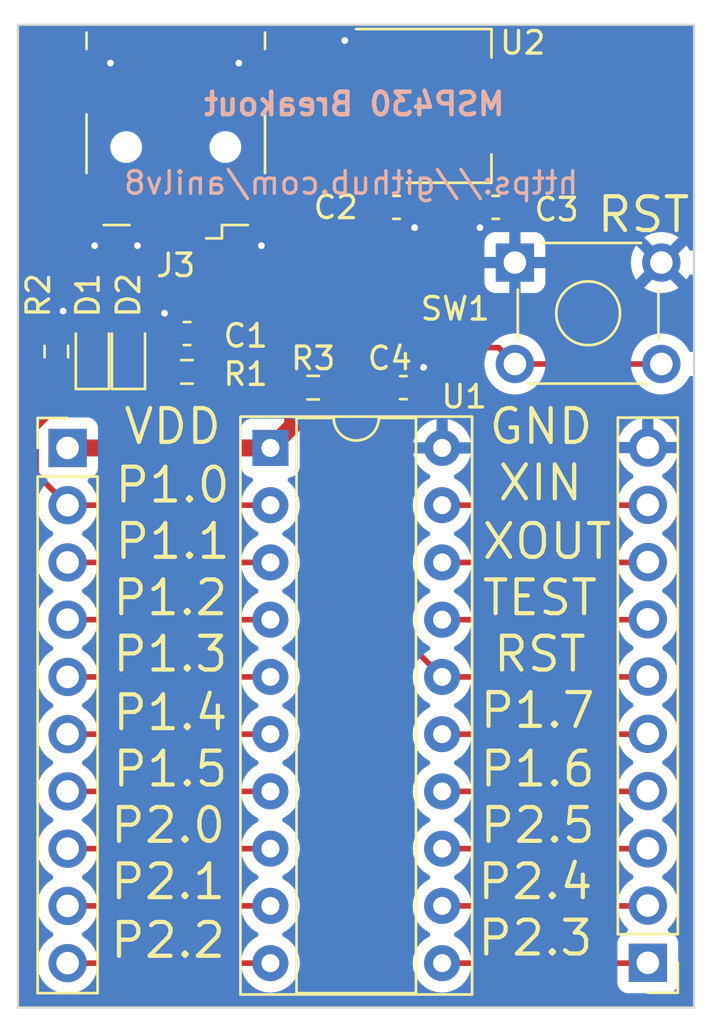
<source format=kicad_pcb>
(kicad_pcb (version 20221018) (generator pcbnew)
  (title_block (title "MSP430 Breakout Board") (date "2023-08-09") (rev "v.1.0") (company "https://github.com/anilv8") (comment 1 "Simple MSP430 Breakout Board") (comment 2 "MSP430G2553 MCU"))
  (layers (0 "F.Cu" signal) (31 "B.Cu" signal) (34 "B.Paste" user) (35 "F.Paste" user) (36 "B.SilkS" user "B.Silkscreen") (37 "F.SilkS" user "F.Silkscreen") (38 "B.Mask" user) (39 "F.Mask" user) (44 "Edge.Cuts" user))
  (net 0 "")
  (net 1 "+3.3V")
  (net 2 "GND")
  (net 3 "+5V")
  (net 4 "/RST")
  (net 5 "Net-(D1-K)")
  (net 6 "Net-(D2-K)")
  (net 7 "/P1.0")
  (net 8 "/P1.1")
  (net 9 "/P1.2")
  (net 10 "/P1.3")
  (net 11 "/P1.4")
  (net 12 "/P1.5")
  (net 13 "/P2.0")
  (net 14 "/P2.1")
  (net 15 "/P2.2")
  (net 16 "/P2.3")
  (net 17 "/P2.4")
  (net 18 "/P2.5")
  (net 19 "/P1.6")
  (net 20 "/P1.7")
  (net 21 "/TEST")
  (net 22 "/XOUT")
  (net 23 "/XIN")
  (footprint "Button_Switch_THT:SW_TH_Tactile_Omron_B3F-10xx" (layer "F.Cu") (at 92.85 43.95)
    (fp_text reference "SW1" (at -2.65 2.05) (layer "F.SilkS"))
    (fp_text value "SW_Push" hide)
    (fp_line (start 0.13 3.4) (end 0.13 1.2) (stroke (width 0.12)) (layer "F.SilkS"))
    (fp_line (start 0.6 5.37) (end 5.8 5.37) (stroke (width 0.12)) (layer "F.SilkS"))
    (fp_line (start 1.2 -0.87) (end 5.6 -0.87) (stroke (width 0.12)) (layer "F.SilkS"))
    (fp_line (start 6.37 1.2) (end 6.37 3.4) (stroke (width 0.12)) (layer "F.SilkS"))
    (fp_circle (center 3.25 2.25) (end 4.25 3.25) (stroke (width 0.12)) (fill none) (layer "F.SilkS"))
    (pad "1" thru_hole rect (at 0 0) (size 1.7 1.7) (drill 1) (layers "*.Cu" "*.Mask") (net 2 "GND"))
    (pad "1" thru_hole circle (at 6.5 0) (size 1.7 1.7) (drill 1) (layers "*.Cu" "*.Mask") (net 2 "GND"))
    (pad "2" thru_hole circle (at 0 4.5) (size 1.7 1.7) (drill 1) (layers "*.Cu" "*.Mask") (net 4 "/RST"))
    (pad "2" thru_hole circle (at 6.5 4.5) (size 1.7 1.7) (drill 1) (layers "*.Cu" "*.Mask") (net 4 "/RST"))
  )
  (footprint "LED_SMD:LED_0603_1608Metric_Pad1.05x0.95mm_HandSolder" (layer "F.Cu") (at 75.7 47.9 90)
    (fp_text reference "D2" (at 2.5 0 90) (layer "F.SilkS"))
    (fp_text value "LED" hide)
    (fp_line (start -1.66 -0.735) (end -1.66 0.735) (stroke (width 0.12)) (layer "F.SilkS"))
    (fp_line (start -1.66 0.735) (end 0.8 0.735) (stroke (width 0.12)) (layer "F.SilkS"))
    (fp_line (start 0.8 -0.735) (end -1.66 -0.735) (stroke (width 0.12)) (layer "F.SilkS"))
    (pad "1" smd roundrect (at -0.875 0 90) (size 1.05 0.95) (layers "F.Cu" "F.Paste" "F.Mask") (net 6 "Net-(D2-K)"))
    (pad "2" smd roundrect (at 0.875 0 90) (size 1.05 0.95) (layers "F.Cu" "F.Paste" "F.Mask") (net 1 "+3.3V"))
  )
  (footprint "Capacitor_SMD:C_0603_1608Metric_Pad1.08x0.95mm_HandSolder" (layer "F.Cu") (at 87.9 49.5 180)
    (fp_text reference "C4" (at 0.6 1.3) (layer "F.SilkS"))
    (fp_text value "10n" hide)
    (fp_line (start -0.146267 -0.51) (end 0.146267 -0.51) (stroke (width 0.12)) (layer "F.SilkS"))
    (fp_line (start -0.146267 0.51) (end 0.146267 0.51) (stroke (width 0.12)) (layer "F.SilkS"))
    (pad "1" smd roundrect (at -0.8625 0 180) (size 1.075 0.95) (layers "F.Cu" "F.Paste" "F.Mask") (net 2 "GND"))
    (pad "2" smd roundrect (at 0.8625 0 180) (size 1.075 0.95) (layers "F.Cu" "F.Paste" "F.Mask") (net 4 "/RST"))
  )
  (footprint "Capacitor_SMD:C_0603_1608Metric_Pad1.08x0.95mm_HandSolder" (layer "F.Cu") (at 78.3 47.1 180)
    (fp_text reference "C1" (at -2.6 -0.1 180) (layer "F.SilkS"))
    (fp_text value "1u" hide)
    (fp_line (start -0.146267 -0.51) (end 0.146267 -0.51) (stroke (width 0.12)) (layer "F.SilkS"))
    (fp_line (start -0.146267 0.51) (end 0.146267 0.51) (stroke (width 0.12)) (layer "F.SilkS"))
    (pad "1" smd roundrect (at -0.8625 0 180) (size 1.075 0.95) (layers "F.Cu" "F.Paste" "F.Mask") (net 1 "+3.3V"))
    (pad "2" smd roundrect (at 0.8625 0 180) (size 1.075 0.95) (layers "F.Cu" "F.Paste" "F.Mask") (net 2 "GND"))
  )
  (footprint "Package_DIP:DIP-20_W7.62mm_Socket" (layer "F.Cu") (at 82 52.175)
    (fp_text reference "U1" (at 8.6 -2.275) (layer "F.SilkS"))
    (fp_text value "MSP430G2553IPW20" hide)
    (fp_line (start -1.33 -1.39) (end -1.33 24.25) (stroke (width 0.12)) (layer "F.SilkS"))
    (fp_line (start -1.33 24.25) (end 8.95 24.25) (stroke (width 0.12)) (layer "F.SilkS"))
    (fp_line (start 1.16 -1.33) (end 1.16 24.19) (stroke (width 0.12)) (layer "F.SilkS"))
    (fp_line (start 1.16 24.19) (end 6.46 24.19) (stroke (width 0.12)) (layer "F.SilkS"))
    (fp_line (start 2.81 -1.33) (end 1.16 -1.33) (stroke (width 0.12)) (layer "F.SilkS"))
    (fp_line (start 6.46 -1.33) (end 4.81 -1.33) (stroke (width 0.12)) (layer "F.SilkS"))
    (fp_line (start 6.46 24.19) (end 6.46 -1.33) (stroke (width 0.12)) (layer "F.SilkS"))
    (fp_line (start 8.95 -1.39) (end -1.33 -1.39) (stroke (width 0.12)) (layer "F.SilkS"))
    (fp_line (start 8.95 24.25) (end 8.95 -1.39) (stroke (width 0.12)) (layer "F.SilkS"))
    (fp_arc (start 4.81 -1.33) (mid 3.81 -0.33) (end 2.81 -1.33) (stroke (width 0.12)) (layer "F.SilkS"))
    (pad "1" thru_hole rect (at 0 0) (size 1.6 1.6) (drill 0.8) (layers "*.Cu" "*.Mask") (net 1 "+3.3V"))
    (pad "2" thru_hole oval (at 0 2.54) (size 1.6 1.6) (drill 0.8) (layers "*.Cu" "*.Mask") (net 7 "/P1.0"))
    (pad "3" thru_hole oval (at 0 5.08) (size 1.6 1.6) (drill 0.8) (layers "*.Cu" "*.Mask") (net 8 "/P1.1"))
    (pad "4" thru_hole oval (at 0 7.62) (size 1.6 1.6) (drill 0.8) (layers "*.Cu" "*.Mask") (net 9 "/P1.2"))
    (pad "5" thru_hole oval (at 0 10.16) (size 1.6 1.6) (drill 0.8) (layers "*.Cu" "*.Mask") (net 10 "/P1.3"))
    (pad "6" thru_hole oval (at 0 12.7) (size 1.6 1.6) (drill 0.8) (layers "*.Cu" "*.Mask") (net 11 "/P1.4"))
    (pad "7" thru_hole oval (at 0 15.24) (size 1.6 1.6) (drill 0.8) (layers "*.Cu" "*.Mask") (net 12 "/P1.5"))
    (pad "8" thru_hole oval (at 0 17.78) (size 1.6 1.6) (drill 0.8) (layers "*.Cu" "*.Mask") (net 13 "/P2.0"))
    (pad "9" thru_hole oval (at 0 20.32) (size 1.6 1.6) (drill 0.8) (layers "*.Cu" "*.Mask") (net 14 "/P2.1"))
    (pad "10" thru_hole oval (at 0 22.86) (size 1.6 1.6) (drill 0.8) (layers "*.Cu" "*.Mask") (net 15 "/P2.2"))
    (pad "11" thru_hole oval (at 7.62 22.86) (size 1.6 1.6) (drill 0.8) (layers "*.Cu" "*.Mask") (net 16 "/P2.3"))
    (pad "12" thru_hole oval (at 7.62 20.32) (size 1.6 1.6) (drill 0.8) (layers "*.Cu" "*.Mask") (net 17 "/P2.4"))
    (pad "13" thru_hole oval (at 7.62 17.78) (size 1.6 1.6) (drill 0.8) (layers "*.Cu" "*.Mask") (net 18 "/P2.5"))
    (pad "14" thru_hole oval (at 7.62 15.24) (size 1.6 1.6) (drill 0.8) (layers "*.Cu" "*.Mask") (net 19 "/P1.6"))
    (pad "15" thru_hole oval (at 7.62 12.7) (size 1.6 1.6) (drill 0.8) (layers "*.Cu" "*.Mask") (net 20 "/P1.7"))
    (pad "16" thru_hole oval (at 7.62 10.16) (size 1.6 1.6) (drill 0.8) (layers "*.Cu" "*.Mask") (net 4 "/RST"))
    (pad "17" thru_hole oval (at 7.62 7.62) (size 1.6 1.6) (drill 0.8) (layers "*.Cu" "*.Mask") (net 21 "/TEST"))
    (pad "18" thru_hole oval (at 7.62 5.08) (size 1.6 1.6) (drill 0.8) (layers "*.Cu" "*.Mask") (net 22 "/XOUT"))
    (pad "19" thru_hole oval (at 7.62 2.54) (size 1.6 1.6) (drill 0.8) (layers "*.Cu" "*.Mask") (net 23 "/XIN"))
    (pad "20" thru_hole oval (at 7.62 0) (size 1.6 1.6) (drill 0.8) (layers "*.Cu" "*.Mask") (net 2 "GND"))
  )
  (footprint "Capacitor_SMD:C_0603_1608Metric_Pad1.08x0.95mm_HandSolder" (layer "F.Cu") (at 87.6 41.5 180)
    (fp_text reference "C2" (at 2.7 0) (layer "F.SilkS"))
    (fp_text value "10u" hide)
    (fp_line (start -0.146267 -0.51) (end 0.146267 -0.51) (stroke (width 0.12)) (layer "F.SilkS"))
    (fp_line (start -0.146267 0.51) (end 0.146267 0.51) (stroke (width 0.12)) (layer "F.SilkS"))
    (pad "1" smd roundrect (at -0.8625 0 180) (size 1.075 0.95) (layers "F.Cu" "F.Paste" "F.Mask") (net 2 "GND"))
    (pad "2" smd roundrect (at 0.8625 0 180) (size 1.075 0.95) (layers "F.Cu" "F.Paste" "F.Mask") (net 3 "+5V"))
  )
  (footprint "Resistor_SMD:R_0603_1608Metric_Pad0.98x0.95mm_HandSolder" (layer "F.Cu") (at 78.3 48.8)
    (fp_text reference "R1" (at 2.6 0.1 180) (layer "F.SilkS"))
    (fp_text value "100" hide)
    (fp_line (start -0.254724 -0.5225) (end 0.254724 -0.5225) (stroke (width 0.12)) (layer "F.SilkS"))
    (fp_line (start -0.254724 0.5225) (end 0.254724 0.5225) (stroke (width 0.12)) (layer "F.SilkS"))
    (pad "1" smd roundrect (at -0.9125 0) (size 0.975 0.95) (layers "F.Cu" "F.Paste" "F.Mask") (net 6 "Net-(D2-K)"))
    (pad "2" smd roundrect (at 0.9125 0) (size 0.975 0.95) (layers "F.Cu" "F.Paste" "F.Mask") (net 7 "/P1.0"))
  )
  (footprint "Resistor_SMD:R_0603_1608Metric_Pad0.98x0.95mm_HandSolder" (layer "F.Cu") (at 83.9 49.5)
    (fp_text reference "R3" (at 0 -1.3) (layer "F.SilkS"))
    (fp_text value "47k" hide)
    (fp_line (start -0.254724 -0.5225) (end 0.254724 -0.5225) (stroke (width 0.12)) (layer "F.SilkS"))
    (fp_line (start -0.254724 0.5225) (end 0.254724 0.5225) (stroke (width 0.12)) (layer "F.SilkS"))
    (pad "1" smd roundrect (at -0.9125 0) (size 0.975 0.95) (layers "F.Cu" "F.Paste" "F.Mask") (net 1 "+3.3V"))
    (pad "2" smd roundrect (at 0.9125 0) (size 0.975 0.95) (layers "F.Cu" "F.Paste" "F.Mask") (net 4 "/RST"))
  )
  (footprint "Package_TO_SOT_SMD:SOT-223-3_TabPin2" (layer "F.Cu") (at 89.9 37)
    (fp_text reference "U2" (at 3.3 -2.8) (layer "F.SilkS"))
    (fp_text value "AMS1117-3.3" hide)
    (fp_line (start -4.1 -3.41) (end 1.91 -3.41) (stroke (width 0.12)) (layer "F.SilkS"))
    (fp_line (start -1.85 3.41) (end 1.91 3.41) (stroke (width 0.12)) (layer "F.SilkS"))
    (fp_line (start 1.91 -3.41) (end 1.91 -2.15) (stroke (width 0.12)) (layer "F.SilkS"))
    (fp_line (start 1.91 3.41) (end 1.91 2.15) (stroke (width 0.12)) (layer "F.SilkS"))
    (pad "1" smd rect (at -3.15 -2.3) (size 2 1.5) (layers "F.Cu" "F.Paste" "F.Mask") (net 2 "GND"))
    (pad "2" smd rect (at -3.15 0) (size 2 1.5) (layers "F.Cu" "F.Paste" "F.Mask") (net 1 "+3.3V"))
    (pad "2" smd rect (at 3.15 0) (size 2 3.8) (layers "F.Cu" "F.Paste" "F.Mask") (net 1 "+3.3V"))
    (pad "3" smd rect (at -3.15 2.3) (size 2 1.5) (layers "F.Cu" "F.Paste" "F.Mask") (net 3 "+5V"))
  )
  (footprint "Resistor_SMD:R_0603_1608Metric_Pad0.98x0.95mm_HandSolder" (layer "F.Cu") (at 72.5 47.9 90)
    (fp_text reference "R2" (at 2.5 -0.8 270) (layer "F.SilkS"))
    (fp_text value "100" hide)
    (fp_line (start -0.254724 -0.5225) (end 0.254724 -0.5225) (stroke (width 0.12)) (layer "F.SilkS"))
    (fp_line (start -0.254724 0.5225) (end 0.254724 0.5225) (stroke (width 0.12)) (layer "F.SilkS"))
    (pad "1" smd roundrect (at -0.9125 0 90) (size 0.975 0.95) (layers "F.Cu" "F.Paste" "F.Mask") (net 5 "Net-(D1-K)"))
    (pad "2" smd roundrect (at 0.9125 0 90) (size 0.975 0.95) (layers "F.Cu" "F.Paste" "F.Mask") (net 2 "GND"))
  )
  (footprint "Connector_USB:USB_Mini-B_Wuerth_65100516121_Horizontal" (layer "F.Cu") (at 77.8 38.825 180)
    (fp_text reference "J3" (at 0 -5.25) (layer "F.SilkS"))
    (fp_text value "USB_B_Mini" hide)
    (fp_line (start -3.96 1.45) (end -3.96 -1.15) (stroke (width 0.12)) (layer "F.SilkS"))
    (fp_line (start -3.96 4.35) (end -3.96 5.08) (stroke (width 0.12)) (layer "F.SilkS"))
    (fp_line (start -3.2 -3.46) (end -2.05 -3.46) (stroke (width 0.12)) (layer "F.SilkS"))
    (fp_line (start -2.05 -4.05) (end -1.35 -4.05) (stroke (width 0.12)) (layer "F.SilkS"))
    (fp_line (start -2.05 -3.46) (end -2.05 -4.05) (stroke (width 0.12)) (layer "F.SilkS"))
    (fp_line (start 2.05 -3.46) (end 3.2 -3.46) (stroke (width 0.12)) (layer "F.SilkS"))
    (fp_line (start 3.96 -1.15) (end 3.96 1.45) (stroke (width 0.12)) (layer "F.SilkS"))
    (fp_line (start 3.96 5.08) (end 3.96 4.35) (stroke (width 0.12)) (layer "F.SilkS"))
    (pad "" np_thru_hole circle (at -2.2 0 180) (size 0.9 0.9) (drill 0.9) (layers "*.Cu" "*.Mask"))
    (pad "" np_thru_hole circle (at 2.2 0 180) (size 0.9 0.9) (drill 0.9) (layers "*.Cu" "*.Mask"))
    (pad "1" smd rect (at -1.6 -2.6 180) (size 0.5 2.5) (layers "F.Cu" "F.Paste" "F.Mask") (net 3 "+5V"))
    (pad "2" smd rect (at -0.8 -2.6 180) (size 0.5 2.5) (layers "F.Cu" "F.Paste" "F.Mask"))
    (pad "3" smd rect (at 0 -2.6 180) (size 0.5 2.5) (layers "F.Cu" "F.Paste" "F.Mask"))
    (pad "4" smd rect (at 0.8 -2.6 180) (size 0.5 2.5) (layers "F.Cu" "F.Paste" "F.Mask"))
    (pad "5" smd rect (at 1.6 -2.6 180) (size 0.5 2.5) (layers "F.Cu" "F.Paste" "F.Mask") (net 2 "GND"))
    (pad "6" smd rect (at -4.4 -2.6 180) (size 2 2.5) (layers "F.Cu" "F.Paste" "F.Mask") (net 2 "GND"))
    (pad "6" smd rect (at -4.4 2.9 180) (size 2 2.5) (layers "F.Cu" "F.Paste" "F.Mask") (net 2 "GND"))
    (pad "6" smd rect (at 4.4 -2.6 180) (size 2 2.5) (layers "F.Cu" "F.Paste" "F.Mask") (net 2 "GND"))
    (pad "6" smd rect (at 4.4 2.9 180) (size 2 2.5) (layers "F.Cu" "F.Paste" "F.Mask") (net 2 "GND"))
  )
  (footprint "Connector_PinHeader_2.54mm:PinHeader_1x10_P2.54mm_Vertical" (layer "F.Cu") (at 98.75 75.02 180)
    (fp_text reference "J2" hide)
    (fp_text value "Conn_01x10" hide)
    (fp_line (start -1.33 -1.33) (end 0 -1.33) (stroke (width 0.12)) (layer "F.SilkS"))
    (fp_line (start -1.33 0) (end -1.33 -1.33) (stroke (width 0.12)) (layer "F.SilkS"))
    (fp_line (start -1.33 1.27) (end -1.33 24.19) (stroke (width 0.12)) (layer "F.SilkS"))
    (fp_line (start -1.33 1.27) (end 1.33 1.27) (stroke (width 0.12)) (layer "F.SilkS"))
    (fp_line (start -1.33 24.19) (end 1.33 24.19) (stroke (width 0.12)) (layer "F.SilkS"))
    (fp_line (start 1.33 1.27) (end 1.33 24.19) (stroke (width 0.12)) (layer "F.SilkS"))
    (pad "1" thru_hole rect (at 0 0 180) (size 1.7 1.7) (drill 1) (layers "*.Cu" "*.Mask") (net 16 "/P2.3"))
    (pad "2" thru_hole oval (at 0 2.54 180) (size 1.7 1.7) (drill 1) (layers "*.Cu" "*.Mask") (net 17 "/P2.4"))
    (pad "3" thru_hole oval (at 0 5.08 180) (size 1.7 1.7) (drill 1) (layers "*.Cu" "*.Mask") (net 18 "/P2.5"))
    (pad "4" thru_hole oval (at 0 7.62 180) (size 1.7 1.7) (drill 1) (layers "*.Cu" "*.Mask") (net 19 "/P1.6"))
    (pad "5" thru_hole oval (at 0 10.16 180) (size 1.7 1.7) (drill 1) (layers "*.Cu" "*.Mask") (net 20 "/P1.7"))
    (pad "6" thru_hole oval (at 0 12.7 180) (size 1.7 1.7) (drill 1) (layers "*.Cu" "*.Mask") (net 4 "/RST"))
    (pad "7" thru_hole oval (at 0 15.24 180) (size 1.7 1.7) (drill 1) (layers "*.Cu" "*.Mask") (net 21 "/TEST"))
    (pad "8" thru_hole oval (at 0 17.78 180) (size 1.7 1.7) (drill 1) (layers "*.Cu" "*.Mask") (net 22 "/XOUT"))
    (pad "9" thru_hole oval (at 0 20.32 180) (size 1.7 1.7) (drill 1) (layers "*.Cu" "*.Mask") (net 23 "/XIN"))
    (pad "10" thru_hole oval (at 0 22.86 180) (size 1.7 1.7) (drill 1) (layers "*.Cu" "*.Mask") (net 2 "GND"))
  )
  (footprint "LED_SMD:LED_0603_1608Metric_Pad1.05x0.95mm_HandSolder" (layer "F.Cu") (at 74.1 47.9 90)
    (fp_text reference "D1" (at 2.5 -0.2 90) (layer "F.SilkS"))
    (fp_text value "LED" hide)
    (fp_line (start -1.66 -0.735) (end -1.66 0.735) (stroke (width 0.12)) (layer "F.SilkS"))
    (fp_line (start -1.66 0.735) (end 0.8 0.735) (stroke (width 0.12)) (layer "F.SilkS"))
    (fp_line (start 0.8 -0.735) (end -1.66 -0.735) (stroke (width 0.12)) (layer "F.SilkS"))
    (pad "1" smd roundrect (at -0.875 0 90) (size 1.05 0.95) (layers "F.Cu" "F.Paste" "F.Mask") (net 5 "Net-(D1-K)"))
    (pad "2" smd roundrect (at 0.875 0 90) (size 1.05 0.95) (layers "F.Cu" "F.Paste" "F.Mask") (net 1 "+3.3V"))
  )
  (footprint "Connector_PinHeader_2.54mm:PinHeader_1x10_P2.54mm_Vertical" (layer "F.Cu") (at 73 52.175)
    (fp_text reference "J1" hide)
    (fp_text value "Conn_01x10" hide)
    (fp_line (start -1.33 -1.33) (end 0 -1.33) (stroke (width 0.12)) (layer "F.SilkS"))
    (fp_line (start -1.33 0) (end -1.33 -1.33) (stroke (width 0.12)) (layer "F.SilkS"))
    (fp_line (start -1.33 1.27) (end -1.33 24.19) (stroke (width 0.12)) (layer "F.SilkS"))
    (fp_line (start -1.33 1.27) (end 1.33 1.27) (stroke (width 0.12)) (layer "F.SilkS"))
    (fp_line (start -1.33 24.19) (end 1.33 24.19) (stroke (width 0.12)) (layer "F.SilkS"))
    (fp_line (start 1.33 1.27) (end 1.33 24.19) (stroke (width 0.12)) (layer "F.SilkS"))
    (pad "1" thru_hole rect (at 0 0) (size 1.7 1.7) (drill 1) (layers "*.Cu" "*.Mask") (net 1 "+3.3V"))
    (pad "2" thru_hole oval (at 0 2.54) (size 1.7 1.7) (drill 1) (layers "*.Cu" "*.Mask") (net 7 "/P1.0"))
    (pad "3" thru_hole oval (at 0 5.08) (size 1.7 1.7) (drill 1) (layers "*.Cu" "*.Mask") (net 8 "/P1.1"))
    (pad "4" thru_hole oval (at 0 7.62) (size 1.7 1.7) (drill 1) (layers "*.Cu" "*.Mask") (net 9 "/P1.2"))
    (pad "5" thru_hole oval (at 0 10.16) (size 1.7 1.7) (drill 1) (layers "*.Cu" "*.Mask") (net 10 "/P1.3"))
    (pad "6" thru_hole oval (at 0 12.7) (size 1.7 1.7) (drill 1) (layers "*.Cu" "*.Mask") (net 11 "/P1.4"))
    (pad "7" thru_hole oval (at 0 15.24) (size 1.7 1.7) (drill 1) (layers "*.Cu" "*.Mask") (net 12 "/P1.5"))
    (pad "8" thru_hole oval (at 0 17.78) (size 1.7 1.7) (drill 1) (layers "*.Cu" "*.Mask") (net 13 "/P2.0"))
    (pad "9" thru_hole oval (at 0 20.32) (size 1.7 1.7) (drill 1) (layers "*.Cu" "*.Mask") (net 14 "/P2.1"))
    (pad "10" thru_hole oval (at 0 22.86) (size 1.7 1.7) (drill 1) (layers "*.Cu" "*.Mask") (net 15 "/P2.2"))
  )
  (footprint "Capacitor_SMD:C_0603_1608Metric_Pad1.08x0.95mm_HandSolder" (layer "F.Cu") (at 92 41.5)
    (fp_text reference "C3" (at 2.7 0.1) (layer "F.SilkS"))
    (fp_text value "10u" hide)
    (fp_line (start -0.146267 -0.51) (end 0.146267 -0.51) (stroke (width 0.12)) (layer "F.SilkS"))
    (fp_line (start -0.146267 0.51) (end 0.146267 0.51) (stroke (width 0.12)) (layer "F.SilkS"))
    (pad "1" smd roundrect (at -0.8625 0) (size 1.075 0.95) (layers "F.Cu" "F.Paste" "F.Mask") (net 2 "GND"))
    (pad "2" smd roundrect (at 0.8625 0) (size 1.075 0.95) (layers "F.Cu" "F.Paste" "F.Mask") (net 1 "+3.3V"))
  )
  (gr_rect (start 70.8 33.4) (end 100.8 77) (stroke (width 0.1)) (fill none) (layer "Edge.Cuts"))
  (gr_text "https://github.com/anilv8" (at 95.75 41) (layer "B.SilkS") (effects (font (size 1 1)) (justify left bottom mirror)))
  (gr_text "MSP430 Breakout" (at 92.5 37.5) (layer "B.SilkS") (effects (font (size 1 1) (thickness 0.2) bold) (justify left bottom mirror)))
  (gr_text "RST" (at 96.4 42.7) (layer "F.SilkS") (effects (font (size 1.5 1.5) (thickness 0.1875)) (justify left bottom)))
  (gr_text "P1.1" (at 75 57.2) (layer "F.SilkS") (effects (font (size 1.5 1.5) (thickness 0.1875)) (justify left bottom)))
  (gr_text "P2.3" (at 91.1 74.8) (layer "F.SilkS") (effects (font (size 1.5 1.5) (thickness 0.1875)) (justify left bottom)))
  (gr_text "P1.3" (at 74.9 62.2) (layer "F.SilkS") (effects (font (size 1.5 1.5) (thickness 0.1875)) (justify left bottom)))
  (gr_text "P1.2" (at 74.9 59.7) (layer "F.SilkS") (effects (font (size 1.5 1.5) (thickness 0.1875)) (justify left bottom)))
  (gr_text "RST" (at 91.8 62.2) (layer "F.SilkS") (effects (font (size 1.5 1.5) (thickness 0.1875)) (justify left bottom)))
  (gr_text "XOUT" (at 91.3 57.2) (layer "F.SilkS") (effects (font (size 1.5 1.5) (thickness 0.1875)) (justify left bottom)))
  (gr_text "GND" (at 91.6 52.1) (layer "F.SilkS") (effects (font (size 1.5 1.5) (thickness 0.1875)) (justify left bottom)))
  (gr_text "P2.4" (at 91.1 72.3) (layer "F.SilkS") (effects (font (size 1.5 1.5) (thickness 0.1875)) (justify left bottom)))
  (gr_text "XIN" (at 92 54.6) (layer "F.SilkS") (effects (font (size 1.5 1.5) (thickness 0.1875)) (justify left bottom)))
  (gr_text "P2.5" (at 91.2 69.8) (layer "F.SilkS") (effects (font (size 1.5 1.5) (thickness 0.1875)) (justify left bottom)))
  (gr_text "P1.6" (at 91.2 67.3) (layer "F.SilkS") (effects (font (size 1.5 1.5) (thickness 0.1875)) (justify left bottom)))
  (gr_text "P1.5" (at 74.9 67.3) (layer "F.SilkS") (effects (font (size 1.5 1.5) (thickness 0.1875)) (justify left bottom)))
  (gr_text "P2.0" (at 74.8 69.8) (layer "F.SilkS") (effects (font (size 1.5 1.5) (thickness 0.1875)) (justify left bottom)))
  (gr_text "P2.1" (at 74.8 72.3) (layer "F.SilkS") (effects (font (size 1.5 1.5) (thickness 0.1875)) (justify left bottom)))
  (gr_text "P1.4" (at 74.9 64.8) (layer "F.SilkS") (effects (font (size 1.5 1.5) (thickness 0.1875)) (justify left bottom)))
  (gr_text "P1.0" (at 75 54.7) (layer "F.SilkS") (effects (font (size 1.5 1.5) (thickness 0.1875)) (justify left bottom)))
  (gr_text "P1.7" (at 91.2 64.7) (layer "F.SilkS") (effects (font (size 1.5 1.5) (thickness 0.1875)) (justify left bottom)))
  (gr_text "P2.2" (at 74.8 74.9) (layer "F.SilkS") (effects (font (size 1.5 1.5) (thickness 0.1875)) (justify left bottom)))
  (gr_text "TEST" (at 91.3 59.7) (layer "F.SilkS") (effects (font (size 1.5 1.5) (thickness 0.1875)) (justify left bottom)))
  (gr_text "VDD" (at 75.4 52.1) (layer "F.SilkS") (effects (font (size 1.5 1.5) (thickness 0.1875)) (justify left bottom)))
  (segment (start 75.7 47.025) (end 75.7 45.6) (width 0.75) (layer "F.Cu") (net 1))
  (segment (start 75.7 45.6) (end 76.1 45.2) (width 0.75) (layer "F.Cu") (net 1))
  (segment (start 82.9 49.4125) (end 82.9875 49.5) (width 0.75) (layer "F.Cu") (net 1))
  (segment (start 82.9 47.1) (end 86.8 47.1) (width 0.75) (layer "F.Cu") (net 1))
  (segment (start 76.1 45.2) (end 78.8 45.2) (width 0.75) (layer "F.Cu") (net 1))
  (segment (start 93.05 37) (end 93.05 41.3125) (width 0.75) (layer "F.Cu") (net 1))
  (segment (start 86.75 37) (end 89.8 37) (width 0.75) (layer "F.Cu") (net 1))
  (segment (start 89.8 37) (end 93.05 37) (width 0.75) (layer "F.Cu") (net 1))
  (segment (start 73 52.175) (end 82 52.175) (width 0.75) (layer "F.Cu") (net 1))
  (segment (start 79.1625 47.1) (end 79.1625 45.5625) (width 0.75) (layer "F.Cu") (net 1))
  (segment (start 82.9875 51.1875) (end 82 52.175) (width 0.75) (layer "F.Cu") (net 1))
  (segment (start 79.1625 45.5625) (end 78.8 45.2) (width 0.75) (layer "F.Cu") (net 1))
  (segment (start 82.9875 49.5) (end 82.9875 51.1875) (width 0.75) (layer "F.Cu") (net 1))
  (segment (start 82.9 47.1) (end 82.9 49.4125) (width 0.75) (layer "F.Cu") (net 1))
  (segment (start 89.8 44.1) (end 89.8 37) (width 0.75) (layer "F.Cu") (net 1))
  (segment (start 74.1 47.025) (end 75.7 47.025) (width 0.75) (layer "F.Cu") (net 1))
  (segment (start 86.8 47.1) (end 89.8 44.1) (width 0.75) (layer "F.Cu") (net 1))
  (segment (start 79.1625 47.1) (end 82.9 47.1) (width 0.75) (layer "F.Cu") (net 1))
  (segment (start 73.4 41.425) (end 73.4 42.4) (width 0.25) (layer "F.Cu") (net 2))
  (segment (start 76.2 43.1) (end 76.1 43.2) (width 0.25) (layer "F.Cu") (net 2))
  (segment (start 82.2 35.925) (end 81.425 35.925) (width 0.25) (layer "F.Cu") (net 2))
  (segment (start 91.1375 41.5) (end 91.1375 42.2375) (width 0.25) (layer "F.Cu") (net 2))
  (segment (start 77.4375 46.3375) (end 77.3 46.2) (width 0.25) (layer "F.Cu") (net 2))
  (segment (start 91.1375 42.2375) (end 91.3 42.4) (width 0.25) (layer "F.Cu") (net 2))
  (segment (start 88.7625 49.5) (end 88.7625 48.6375) (width 0.25) (layer "F.Cu") (net 2))
  (segment (start 81.425 35.925) (end 80.6 35.1) (width 0.25) (layer "F.Cu") (net 2))
  (segment (start 77.4375 47.1) (end 77.4375 46.3375) (width 0.25) (layer "F.Cu") (net 2))
  (segment (start 88.4625 42.3375) (end 88.4 42.4) (width 0.25) (layer "F.Cu") (net 2))
  (segment (start 76.2 41.425) (end 76.2 43.1) (width 0.25) (layer "F.Cu") (net 2))
  (segment (start 88.4625 41.5) (end 88.4625 42.3375) (width 0.25) (layer "F.Cu") (net 2))
  (segment (start 86.75 34.7) (end 85.9 34.7) (width 0.25) (layer "F.Cu") (net 2))
  (segment (start 74.075 35.925) (end 74.9 35.1) (width 0.25) (layer "F.Cu") (net 2))
  (segment (start 85.9 34.7) (end 85.3 34.1) (width 0.25) (layer "F.Cu") (net 2))
  (segment (start 72.5 46.9875) (end 72.5 46.4) (width 0.25) (layer "F.Cu") (net 2))
  (segment (start 88.7625 48.6375) (end 88.8 48.6) (width 0.25) (layer "F.Cu") (net 2))
  (segment (start 72.5 46.4) (end 72.8 46.1) (width 0.25) (layer "F.Cu") (net 2))
  (segment (start 73.4 35.925) (end 74.075 35.925) (width 0.25) (layer "F.Cu") (net 2))
  (segment (start 82.2 41.425) (end 82.2 42.6) (width 0.25) (layer "F.Cu") (net 2))
  (segment (start 82.2 42.6) (end 81.6 43.2) (width 0.25) (layer "F.Cu") (net 2))
  (segment (start 73.4 42.4) (end 74.2 43.2) (width 0.25) (layer "F.Cu") (net 2))
  (via (at 81.6 43.2) (size 0.7) (drill 0.3) (layers "F.Cu" "B.Cu") (net 2))
  (via (at 74.9 35.1) (size 0.7) (drill 0.3) (layers "F.Cu" "B.Cu") (net 2))
  (via (at 74.2 43.2) (size 0.7) (drill 0.3) (layers "F.Cu" "B.Cu") (net 2))
  (via (at 76.1 43.2) (size 0.7) (drill 0.3) (layers "F.Cu" "B.Cu") (net 2))
  (via (at 77.3 46.2) (size 0.7) (drill 0.3) (layers "F.Cu" "B.Cu") (net 2))
  (via (at 72.8 46.1) (size 0.7) (drill 0.3) (layers "F.Cu" "B.Cu") (net 2))
  (via (at 91.3 42.4) (size 0.7) (drill 0.3) (layers "F.Cu" "B.Cu") (net 2))
  (via (at 80.6 35.1) (size 0.7) (drill 0.3) (layers "F.Cu" "B.Cu") (net 2))
  (via (at 85.3 34.1) (size 0.7) (drill 0.3) (layers "F.Cu" "B.Cu") (net 2))
  (via (at 88.4 42.4) (size 0.7) (drill 0.3) (layers "F.Cu" "B.Cu") (net 2))
  (via (at 88.8 48.6) (size 0.7) (drill 0.3) (layers "F.Cu" "B.Cu") (net 2))
  (segment (start 86.75 39.3) (end 86.75 41.4875) (width 0.75) (layer "F.Cu") (net 3))
  (segment (start 85.9 44.7) (end 86.7375 43.8625) (width 0.75) (layer "F.Cu") (net 3))
  (segment (start 79.4 41.425) (end 79.4 43.2) (width 0.5) (layer "F.Cu") (net 3))
  (segment (start 86.7375 43.8625) (end 86.7375 41.5) (width 0.75) (layer "F.Cu") (net 3))
  (segment (start 80.9 44.7) (end 79.4 43.2) (width 0.75) (layer "F.Cu") (net 3))
  (segment (start 85.9 44.7) (end 80.9 44.7) (width 0.75) (layer "F.Cu") (net 3))
  (segment (start 86.75 41.4875) (end 86.7375 41.5) (width 0.75) (layer "F.Cu") (net 3))
  (segment (start 89.62 62.335) (end 98.685 62.335) (width 0.25) (layer "F.Cu") (net 4))
  (segment (start 87.0375 49.5) (end 84.8125 49.5) (width 0.25) (layer "F.Cu") (net 4))
  (segment (start 89.62 62.335) (end 87.0375 59.7525) (width 0.25) (layer "F.Cu") (net 4))
  (segment (start 88.075 47.725) (end 92.125 47.725) (width 0.25) (layer "F.Cu") (net 4))
  (segment (start 92.125 47.725) (end 92.85 48.45) (width 0.25) (layer "F.Cu") (net 4))
  (segment (start 87.0375 59.7525) (end 87.0375 49.5) (width 0.25) (layer "F.Cu") (net 4))
  (segment (start 92.85 48.45) (end 99.35 48.45) (width 0.25) (layer "F.Cu") (net 4))
  (segment (start 98.685 62.335) (end 98.7 62.32) (width 0.25) (layer "F.Cu") (net 4))
  (segment (start 87.0375 48.7625) (end 88.075 47.725) (width 0.25) (layer "F.Cu") (net 4))
  (segment (start 87.0375 49.5) (end 87.0375 48.7625) (width 0.25) (layer "F.Cu") (net 4))
  (segment (start 74.0625 48.8125) (end 74.1 48.775) (width 0.25) (layer "F.Cu") (net 5))
  (segment (start 72.5 48.8125) (end 74.0625 48.8125) (width 0.25) (layer "F.Cu") (net 5))
  (segment (start 75.7 48.775) (end 77.3625 48.775) (width 0.25) (layer "F.Cu") (net 6))
  (segment (start 77.3625 48.775) (end 77.3875 48.8) (width 0.25) (layer "F.Cu") (net 6))
  (segment (start 79.2125 49.3875) (end 78.5 50.1) (width 0.25) (layer "F.Cu") (net 7))
  (segment (start 78.5 50.1) (end 72.8 50.1) (width 0.25) (layer "F.Cu") (net 7))
  (segment (start 73 54.715) (end 77.5 54.715) (width 0.25) (layer "F.Cu") (net 7))
  (segment (start 71.6 53.315) (end 71.6 51.3) (width 0.25) (layer "F.Cu") (net 7))
  (segment (start 72.8 50.1) (end 71.6 51.3) (width 0.25) (layer "F.Cu") (net 7))
  (segment (start 79.2125 48.8) (end 79.2125 49.3875) (width 0.25) (layer "F.Cu") (net 7))
  (segment (start 73 54.715) (end 71.6 53.315) (width 0.25) (layer "F.Cu") (net 7))
  (segment (start 77.5 54.715) (end 82 54.715) (width 0.25) (layer "F.Cu") (net 7))
  (segment (start 73 57.255) (end 82 57.255) (width 0.25) (layer "F.Cu") (net 8))
  (segment (start 73 59.795) (end 82 59.795) (width 0.25) (layer "F.Cu") (net 9))
  (segment (start 73 62.335) (end 82 62.335) (width 0.25) (layer "F.Cu") (net 10))
  (segment (start 73 64.875) (end 82 64.875) (width 0.25) (layer "F.Cu") (net 11))
  (segment (start 73 67.415) (end 82 67.415) (width 0.25) (layer "F.Cu") (net 12))
  (segment (start 82 69.955) (end 73 69.955) (width 0.25) (layer "F.Cu") (net 13))
  (segment (start 73 72.495) (end 82 72.495) (width 0.25) (layer "F.Cu") (net 14))
  (segment (start 82 75.035) (end 73 75.035) (width 0.25) (layer "F.Cu") (net 15))
  (segment (start 89.62 75.035) (end 98.685 75.035) (width 0.25) (layer "F.Cu") (net 16))
  (segment (start 98.685 75.035) (end 98.7 75.02) (width 0.25) (layer "F.Cu") (net 16))
  (segment (start 98.685 72.495) (end 98.7 72.48) (width 0.25) (layer "F.Cu") (net 17))
  (segment (start 89.62 72.495) (end 98.685 72.495) (width 0.25) (layer "F.Cu") (net 17))
  (segment (start 98.685 69.955) (end 98.7 69.94) (width 0.25) (layer "F.Cu") (net 18))
  (segment (start 89.62 69.955) (end 98.685 69.955) (width 0.25) (layer "F.Cu") (net 18))
  (segment (start 89.62 67.415) (end 98.685 67.415) (width 0.25) (layer "F.Cu") (net 19))
  (segment (start 98.685 67.415) (end 98.7 67.4) (width 0.25) (layer "F.Cu") (net 19))
  (segment (start 98.685 64.875) (end 98.7 64.86) (width 0.25) (layer "F.Cu") (net 20))
  (segment (start 89.62 64.875) (end 98.685 64.875) (width 0.25) (layer "F.Cu") (net 20))
  (segment (start 89.62 59.795) (end 98.685 59.795) (width 0.25) (layer "F.Cu") (net 21))
  (segment (start 98.685 59.795) (end 98.7 59.78) (width 0.25) (layer "F.Cu") (net 21))
  (segment (start 98.685 57.255) (end 98.7 57.24) (width 0.25) (layer "F.Cu") (net 22))
  (segment (start 89.62 57.255) (end 98.685 57.255) (width 0.25) (layer "F.Cu") (net 22))
  (segment (start 89.62 54.715) (end 98.685 54.715) (width 0.25) (layer "F.Cu") (net 23))
  (segment (start 98.685 54.715) (end 98.7 54.7) (width 0.25) (layer "F.Cu") (net 23))
  (zone (net 2) (net_name "GND") (layer "B.Cu") (connect_pads (clearance 0.5)) (min_thickness 0.25) (fill yes (thermal_gap 0.5) (thermal_bridge_width 0.5))
    (polygon (pts (xy 101.6 77.7) (xy 101.5 32.4) (xy 70 32.3) (xy 70 77.6)))
  )
)
</source>
